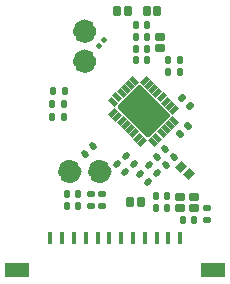
<source format=gbr>
%TF.GenerationSoftware,KiCad,Pcbnew,(6.0.5)*%
%TF.CreationDate,2023-11-29T10:11:24+07:00*%
%TF.ProjectId,lidar,6c696461-722e-46b6-9963-61645f706362,rev?*%
%TF.SameCoordinates,Original*%
%TF.FileFunction,Soldermask,Top*%
%TF.FilePolarity,Negative*%
%FSLAX46Y46*%
G04 Gerber Fmt 4.6, Leading zero omitted, Abs format (unit mm)*
G04 Created by KiCad (PCBNEW (6.0.5)) date 2023-11-29 10:11:24*
%MOMM*%
%LPD*%
G01*
G04 APERTURE LIST*
G04 Aperture macros list*
%AMRoundRect*
0 Rectangle with rounded corners*
0 $1 Rounding radius*
0 $2 $3 $4 $5 $6 $7 $8 $9 X,Y pos of 4 corners*
0 Add a 4 corners polygon primitive as box body*
4,1,4,$2,$3,$4,$5,$6,$7,$8,$9,$2,$3,0*
0 Add four circle primitives for the rounded corners*
1,1,$1+$1,$2,$3*
1,1,$1+$1,$4,$5*
1,1,$1+$1,$6,$7*
1,1,$1+$1,$8,$9*
0 Add four rect primitives between the rounded corners*
20,1,$1+$1,$2,$3,$4,$5,0*
20,1,$1+$1,$4,$5,$6,$7,0*
20,1,$1+$1,$6,$7,$8,$9,0*
20,1,$1+$1,$8,$9,$2,$3,0*%
G04 Aperture macros list end*
%ADD10C,1.000000*%
%ADD11RoundRect,0.140000X0.140000X0.170000X-0.140000X0.170000X-0.140000X-0.170000X0.140000X-0.170000X0*%
%ADD12RoundRect,0.140000X0.219203X0.021213X0.021213X0.219203X-0.219203X-0.021213X-0.021213X-0.219203X0*%
%ADD13RoundRect,0.140000X-0.140000X-0.170000X0.140000X-0.170000X0.140000X0.170000X-0.140000X0.170000X0*%
%ADD14RoundRect,0.140000X-0.170000X0.140000X-0.170000X-0.140000X0.170000X-0.140000X0.170000X0.140000X0*%
%ADD15RoundRect,0.140000X-0.219203X-0.021213X-0.021213X-0.219203X0.219203X0.021213X0.021213X0.219203X0*%
%ADD16RoundRect,0.135000X0.226274X0.035355X0.035355X0.226274X-0.226274X-0.035355X-0.035355X-0.226274X0*%
%ADD17RoundRect,0.140000X0.021213X-0.219203X0.219203X-0.021213X-0.021213X0.219203X-0.219203X0.021213X0*%
%ADD18RoundRect,0.100000X0.021213X0.162635X-0.162635X-0.021213X-0.021213X-0.162635X0.162635X0.021213X0*%
%ADD19RoundRect,0.135000X0.035355X-0.226274X0.226274X-0.035355X-0.035355X0.226274X-0.226274X0.035355X0*%
%ADD20RoundRect,0.102000X-0.300000X0.245000X-0.300000X-0.245000X0.300000X-0.245000X0.300000X0.245000X0*%
%ADD21RoundRect,0.102000X0.385373X0.038891X0.038891X0.385373X-0.385373X-0.038891X-0.038891X-0.385373X0*%
%ADD22RoundRect,0.135000X-0.135000X-0.185000X0.135000X-0.185000X0.135000X0.185000X-0.135000X0.185000X0*%
%ADD23RoundRect,0.102000X0.245000X0.300000X-0.245000X0.300000X-0.245000X-0.300000X0.245000X-0.300000X0*%
%ADD24RoundRect,0.140000X-0.021213X0.219203X-0.219203X0.021213X0.021213X-0.219203X0.219203X-0.021213X0*%
%ADD25RoundRect,0.104400X-0.127279X-0.293591X0.293591X0.127279X0.127279X0.293591X-0.293591X-0.127279X0*%
%ADD26RoundRect,0.104400X0.127279X-0.293591X0.293591X-0.127279X-0.127279X0.293591X-0.293591X0.127279X0*%
%ADD27RoundRect,0.102000X0.353553X-2.156676X2.156676X-0.353553X-0.353553X2.156676X-2.156676X0.353553X0*%
%ADD28C,0.604000*%
%ADD29RoundRect,0.140000X0.170000X-0.140000X0.170000X0.140000X-0.170000X0.140000X-0.170000X-0.140000X0*%
%ADD30RoundRect,0.102000X-0.245000X-0.300000X0.245000X-0.300000X0.245000X0.300000X-0.245000X0.300000X0*%
%ADD31R,0.400000X1.000000*%
%ADD32R,2.000000X1.300000*%
G04 APERTURE END LIST*
D10*
%TO.C,D2*%
X133500000Y-78770000D02*
G75*
G03*
X133500000Y-78770000I-500000J0D01*
G01*
X133500000Y-76230000D02*
G75*
G03*
X133500000Y-76230000I-500000J0D01*
G01*
%TO.C,D1*%
X132230000Y-88100000D02*
G75*
G03*
X132230000Y-88100000I-500000J0D01*
G01*
X134770000Y-88100000D02*
G75*
G03*
X134770000Y-88100000I-500000J0D01*
G01*
%TD*%
D11*
%TO.C,C21*%
X138280000Y-76700000D03*
X137320000Y-76700000D03*
%TD*%
D12*
%TO.C,C27*%
X136432311Y-88146511D03*
X135753489Y-87467689D03*
%TD*%
D11*
%TO.C,C19*%
X132480000Y-91000000D03*
X131520000Y-91000000D03*
%TD*%
D13*
%TO.C,C14*%
X140100000Y-78700000D03*
X141060000Y-78700000D03*
%TD*%
D14*
%TO.C,C25*%
X133500000Y-90020000D03*
X133500000Y-90980000D03*
%TD*%
D15*
%TO.C,C7*%
X138460589Y-87560589D03*
X139139411Y-88239411D03*
%TD*%
D11*
%TO.C,C23*%
X139980000Y-91200000D03*
X139020000Y-91200000D03*
%TD*%
D15*
%TO.C,C28*%
X136460589Y-86760589D03*
X137139411Y-87439411D03*
%TD*%
D16*
%TO.C,R12*%
X141960624Y-82560624D03*
X141239376Y-81839376D03*
%TD*%
D17*
%TO.C,C30*%
X139860589Y-87539411D03*
X140539411Y-86860589D03*
%TD*%
D18*
%TO.C,C17*%
X134660589Y-77008040D03*
X134208041Y-77460588D03*
%TD*%
D19*
%TO.C,R11*%
X141039376Y-84960624D03*
X141760624Y-84239376D03*
%TD*%
D12*
%TO.C,C8*%
X138396911Y-88953611D03*
X137718089Y-88274789D03*
%TD*%
D13*
%TO.C,C18*%
X131520000Y-90000000D03*
X132480000Y-90000000D03*
%TD*%
D11*
%TO.C,C15*%
X138300000Y-78700000D03*
X137340000Y-78700000D03*
%TD*%
D20*
%TO.C,FB7*%
X142300000Y-90245000D03*
X142300000Y-91155000D03*
%TD*%
D21*
%TO.C,FB5*%
X141821734Y-88321734D03*
X141178266Y-87678266D03*
%TD*%
D22*
%TO.C,R17*%
X130265000Y-83500000D03*
X131285000Y-83500000D03*
%TD*%
D23*
%TO.C,FB4*%
X137755000Y-90700000D03*
X136845000Y-90700000D03*
%TD*%
D24*
%TO.C,C20*%
X133739411Y-85960589D03*
X133060589Y-86639411D03*
%TD*%
D25*
%TO.C,U1*%
X135419060Y-83106066D03*
X135772614Y-83459619D03*
X136126167Y-83813173D03*
X136479720Y-84166726D03*
X136833274Y-84520280D03*
X137186827Y-84873833D03*
X137540381Y-85227386D03*
X137893934Y-85580940D03*
D26*
X138813173Y-85580940D03*
X139166726Y-85227386D03*
X139520280Y-84873833D03*
X139873833Y-84520280D03*
X140227386Y-84166726D03*
X140580940Y-83813173D03*
D25*
X140580940Y-82893934D03*
X140227386Y-82540381D03*
X139873833Y-82186827D03*
X139520280Y-81833274D03*
X139166726Y-81479720D03*
X138813173Y-81126167D03*
X138459619Y-80772614D03*
X138106066Y-80419060D03*
D26*
X137186827Y-80419060D03*
X136833274Y-80772614D03*
X136479720Y-81126167D03*
X136126167Y-81479720D03*
X135772614Y-81833274D03*
X135419060Y-82186827D03*
D27*
X138000000Y-83000000D03*
D28*
X137275216Y-83724784D03*
X138000000Y-83000000D03*
X138724784Y-82275216D03*
X136921662Y-81921662D03*
X139078338Y-84078338D03*
%TD*%
D29*
%TO.C,C26*%
X134500000Y-90980000D03*
X134500000Y-90020000D03*
%TD*%
D13*
%TO.C,C13*%
X137320000Y-77700000D03*
X138280000Y-77700000D03*
%TD*%
D20*
%TO.C,FB2*%
X141100000Y-90245000D03*
X141100000Y-91155000D03*
%TD*%
D23*
%TO.C,FB3*%
X136655000Y-74500000D03*
X135745000Y-74500000D03*
%TD*%
D30*
%TO.C,FB6*%
X138245000Y-74500000D03*
X139155000Y-74500000D03*
%TD*%
D20*
%TO.C,FB1*%
X139400000Y-76745000D03*
X139400000Y-77655000D03*
%TD*%
D29*
%TO.C,C37*%
X143400000Y-92180000D03*
X143400000Y-91220000D03*
%TD*%
D22*
%TO.C,R15*%
X130290000Y-81300000D03*
X131310000Y-81300000D03*
%TD*%
D13*
%TO.C,C22*%
X137320000Y-75700000D03*
X138280000Y-75700000D03*
%TD*%
D24*
%TO.C,C29*%
X139839411Y-86160589D03*
X139160589Y-86839411D03*
%TD*%
D22*
%TO.C,R16*%
X130265000Y-82400000D03*
X131285000Y-82400000D03*
%TD*%
D31*
%TO.C,J1*%
X130100000Y-93700000D03*
X131100000Y-93700000D03*
X132100000Y-93700000D03*
X133100000Y-93700000D03*
X134100000Y-93700000D03*
X135100000Y-93700000D03*
X136100000Y-93700000D03*
X137100000Y-93700000D03*
X138100000Y-93700000D03*
X139100000Y-93700000D03*
X140100000Y-93700000D03*
X141100000Y-93700000D03*
D32*
X143900000Y-96400000D03*
X127300000Y-96400000D03*
%TD*%
D13*
%TO.C,C24*%
X139020000Y-90200000D03*
X139980000Y-90200000D03*
%TD*%
D11*
%TO.C,C16*%
X141060000Y-79700000D03*
X140100000Y-79700000D03*
%TD*%
D13*
%TO.C,C38*%
X141320000Y-92200000D03*
X142280000Y-92200000D03*
%TD*%
M02*

</source>
